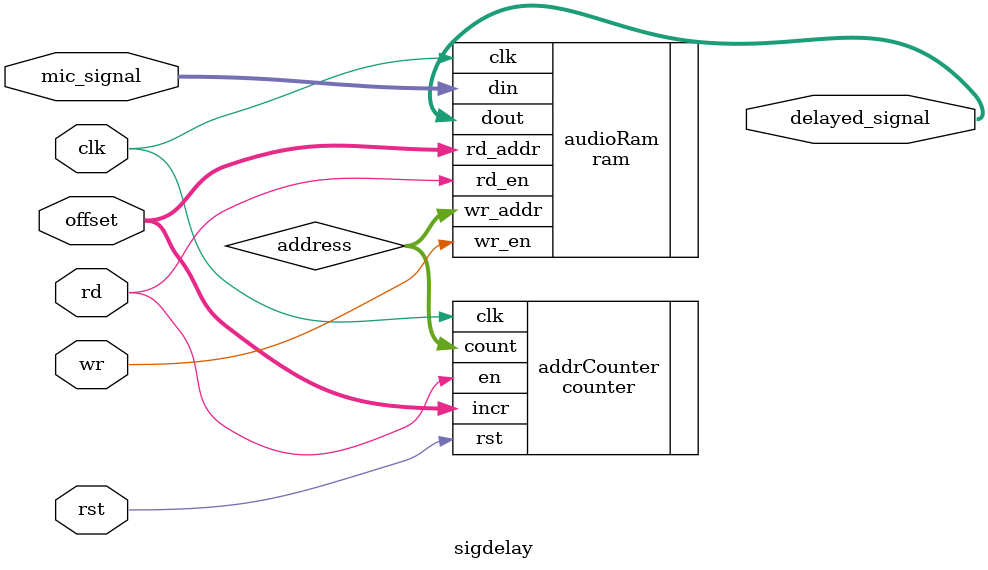
<source format=sv>
module sigdelay #(
    parameter       A_WIDTH = 8,
                    D_WIDTH = 8
)(
    input logic                 clk,
    input logic                 rst,
    input logic                 wr,
    input logic                 rd,
    input logic [D_WIDTH-1:0]   offset,
    input logic [D_WIDTH-1:0]   mic_signal,
    output logic [D_WIDTH-1:0]   delayed_signal
);

    logic   [A_WIDTH-1:0]       address;

counter addrCounter (
    .clk (clk),
    .rst (rst),
    .en (rd),
    .incr (offset),
    .count (address)
);

ram audioRam (
    .clk (clk),
    .wr_addr (address),
    .rd_addr (offset),
    .wr_en (wr),
    .rd_en (rd),
    .din (mic_signal),
    .dout (delayed_signal)
);

endmodule

</source>
